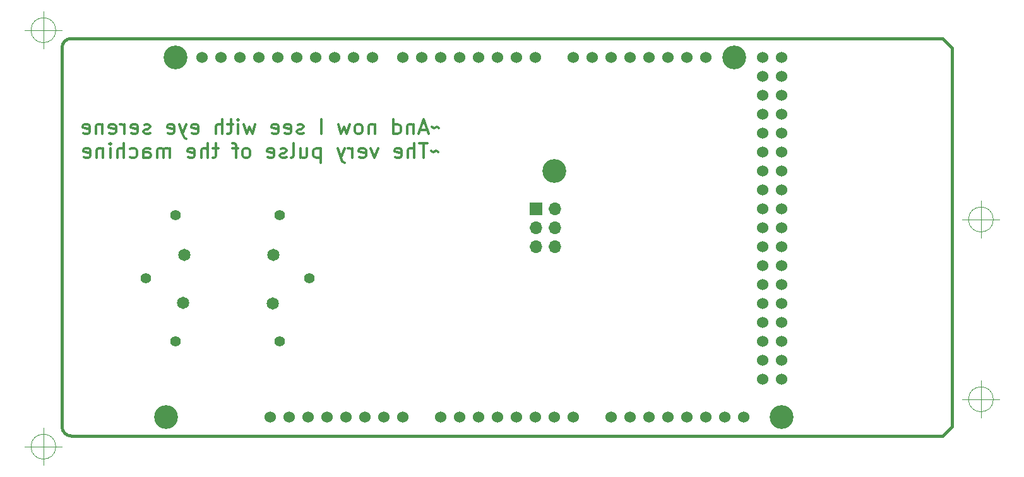
<source format=gbr>
%TF.GenerationSoftware,KiCad,Pcbnew,(6.0.9)*%
%TF.CreationDate,2023-01-12T16:46:16+01:00*%
%TF.ProjectId,MEGA board tester,4d454741-2062-46f6-9172-642074657374,rev?*%
%TF.SameCoordinates,PX7b9033cPY64bc73c*%
%TF.FileFunction,Soldermask,Bot*%
%TF.FilePolarity,Negative*%
%FSLAX46Y46*%
G04 Gerber Fmt 4.6, Leading zero omitted, Abs format (unit mm)*
G04 Created by KiCad (PCBNEW (6.0.9)) date 2023-01-12 16:46:16*
%MOMM*%
%LPD*%
G01*
G04 APERTURE LIST*
%ADD10C,0.350000*%
%TA.AperFunction,Profile*%
%ADD11C,0.100000*%
%TD*%
%TA.AperFunction,Profile*%
%ADD12C,0.381000*%
%TD*%
%ADD13C,3.197860*%
%ADD14C,1.524000*%
%ADD15R,1.700000X1.700000*%
%ADD16O,1.700000X1.700000*%
%ADD17C,1.650000*%
%ADD18C,1.400000*%
G04 APERTURE END LIST*
D10*
X53057500Y42707643D02*
X52962261Y42802881D01*
X52771785Y42898120D01*
X52390833Y42707643D01*
X52200357Y42802881D01*
X52105119Y42898120D01*
X51438452Y42517167D02*
X50486071Y42517167D01*
X51628928Y41945739D02*
X50962261Y43945739D01*
X50295595Y41945739D01*
X49628928Y43279072D02*
X49628928Y41945739D01*
X49628928Y43088596D02*
X49533690Y43183834D01*
X49343214Y43279072D01*
X49057500Y43279072D01*
X48867023Y43183834D01*
X48771785Y42993358D01*
X48771785Y41945739D01*
X46962261Y41945739D02*
X46962261Y43945739D01*
X46962261Y42040977D02*
X47152738Y41945739D01*
X47533690Y41945739D01*
X47724166Y42040977D01*
X47819404Y42136215D01*
X47914642Y42326691D01*
X47914642Y42898120D01*
X47819404Y43088596D01*
X47724166Y43183834D01*
X47533690Y43279072D01*
X47152738Y43279072D01*
X46962261Y43183834D01*
X44486071Y43279072D02*
X44486071Y41945739D01*
X44486071Y43088596D02*
X44390833Y43183834D01*
X44200357Y43279072D01*
X43914642Y43279072D01*
X43724166Y43183834D01*
X43628928Y42993358D01*
X43628928Y41945739D01*
X42390833Y41945739D02*
X42581309Y42040977D01*
X42676547Y42136215D01*
X42771785Y42326691D01*
X42771785Y42898120D01*
X42676547Y43088596D01*
X42581309Y43183834D01*
X42390833Y43279072D01*
X42105119Y43279072D01*
X41914642Y43183834D01*
X41819404Y43088596D01*
X41724166Y42898120D01*
X41724166Y42326691D01*
X41819404Y42136215D01*
X41914642Y42040977D01*
X42105119Y41945739D01*
X42390833Y41945739D01*
X41057500Y43279072D02*
X40676547Y41945739D01*
X40295595Y42898120D01*
X39914642Y41945739D01*
X39533690Y43279072D01*
X37247976Y41945739D02*
X37247976Y43945739D01*
X34867023Y42040977D02*
X34676547Y41945739D01*
X34295595Y41945739D01*
X34105119Y42040977D01*
X34009880Y42231453D01*
X34009880Y42326691D01*
X34105119Y42517167D01*
X34295595Y42612405D01*
X34581309Y42612405D01*
X34771785Y42707643D01*
X34867023Y42898120D01*
X34867023Y42993358D01*
X34771785Y43183834D01*
X34581309Y43279072D01*
X34295595Y43279072D01*
X34105119Y43183834D01*
X32390833Y42040977D02*
X32581309Y41945739D01*
X32962261Y41945739D01*
X33152738Y42040977D01*
X33247976Y42231453D01*
X33247976Y42993358D01*
X33152738Y43183834D01*
X32962261Y43279072D01*
X32581309Y43279072D01*
X32390833Y43183834D01*
X32295595Y42993358D01*
X32295595Y42802881D01*
X33247976Y42612405D01*
X30676547Y42040977D02*
X30867023Y41945739D01*
X31247976Y41945739D01*
X31438452Y42040977D01*
X31533690Y42231453D01*
X31533690Y42993358D01*
X31438452Y43183834D01*
X31247976Y43279072D01*
X30867023Y43279072D01*
X30676547Y43183834D01*
X30581309Y42993358D01*
X30581309Y42802881D01*
X31533690Y42612405D01*
X28390833Y43279072D02*
X28009880Y41945739D01*
X27628928Y42898120D01*
X27247976Y41945739D01*
X26867023Y43279072D01*
X26105119Y41945739D02*
X26105119Y43279072D01*
X26105119Y43945739D02*
X26200357Y43850500D01*
X26105119Y43755262D01*
X26009880Y43850500D01*
X26105119Y43945739D01*
X26105119Y43755262D01*
X25438452Y43279072D02*
X24676547Y43279072D01*
X25152738Y43945739D02*
X25152738Y42231453D01*
X25057500Y42040977D01*
X24867023Y41945739D01*
X24676547Y41945739D01*
X24009880Y41945739D02*
X24009880Y43945739D01*
X23152738Y41945739D02*
X23152738Y42993358D01*
X23247976Y43183834D01*
X23438452Y43279072D01*
X23724166Y43279072D01*
X23914642Y43183834D01*
X24009880Y43088596D01*
X19914642Y42040977D02*
X20105119Y41945739D01*
X20486071Y41945739D01*
X20676547Y42040977D01*
X20771785Y42231453D01*
X20771785Y42993358D01*
X20676547Y43183834D01*
X20486071Y43279072D01*
X20105119Y43279072D01*
X19914642Y43183834D01*
X19819404Y42993358D01*
X19819404Y42802881D01*
X20771785Y42612405D01*
X19152738Y43279072D02*
X18676547Y41945739D01*
X18200357Y43279072D02*
X18676547Y41945739D01*
X18867023Y41469548D01*
X18962261Y41374310D01*
X19152738Y41279072D01*
X16676547Y42040977D02*
X16867023Y41945739D01*
X17247976Y41945739D01*
X17438452Y42040977D01*
X17533690Y42231453D01*
X17533690Y42993358D01*
X17438452Y43183834D01*
X17247976Y43279072D01*
X16867023Y43279072D01*
X16676547Y43183834D01*
X16581309Y42993358D01*
X16581309Y42802881D01*
X17533690Y42612405D01*
X14295595Y42040977D02*
X14105119Y41945739D01*
X13724166Y41945739D01*
X13533690Y42040977D01*
X13438452Y42231453D01*
X13438452Y42326691D01*
X13533690Y42517167D01*
X13724166Y42612405D01*
X14009880Y42612405D01*
X14200357Y42707643D01*
X14295595Y42898120D01*
X14295595Y42993358D01*
X14200357Y43183834D01*
X14009880Y43279072D01*
X13724166Y43279072D01*
X13533690Y43183834D01*
X11819404Y42040977D02*
X12009880Y41945739D01*
X12390833Y41945739D01*
X12581309Y42040977D01*
X12676547Y42231453D01*
X12676547Y42993358D01*
X12581309Y43183834D01*
X12390833Y43279072D01*
X12009880Y43279072D01*
X11819404Y43183834D01*
X11724166Y42993358D01*
X11724166Y42802881D01*
X12676547Y42612405D01*
X10867023Y41945739D02*
X10867023Y43279072D01*
X10867023Y42898120D02*
X10771785Y43088596D01*
X10676547Y43183834D01*
X10486071Y43279072D01*
X10295595Y43279072D01*
X8867023Y42040977D02*
X9057500Y41945739D01*
X9438452Y41945739D01*
X9628928Y42040977D01*
X9724166Y42231453D01*
X9724166Y42993358D01*
X9628928Y43183834D01*
X9438452Y43279072D01*
X9057500Y43279072D01*
X8867023Y43183834D01*
X8771785Y42993358D01*
X8771785Y42802881D01*
X9724166Y42612405D01*
X7914642Y43279072D02*
X7914642Y41945739D01*
X7914642Y43088596D02*
X7819404Y43183834D01*
X7628928Y43279072D01*
X7343214Y43279072D01*
X7152738Y43183834D01*
X7057500Y42993358D01*
X7057500Y41945739D01*
X5343214Y42040977D02*
X5533690Y41945739D01*
X5914642Y41945739D01*
X6105119Y42040977D01*
X6200357Y42231453D01*
X6200357Y42993358D01*
X6105119Y43183834D01*
X5914642Y43279072D01*
X5533690Y43279072D01*
X5343214Y43183834D01*
X5247976Y42993358D01*
X5247976Y42802881D01*
X6200357Y42612405D01*
X52962261Y39487643D02*
X52867023Y39582881D01*
X52676547Y39678120D01*
X52295595Y39487643D01*
X52105119Y39582881D01*
X52009880Y39678120D01*
X51533690Y40725739D02*
X50390833Y40725739D01*
X50962261Y38725739D02*
X50962261Y40725739D01*
X49724166Y38725739D02*
X49724166Y40725739D01*
X48867023Y38725739D02*
X48867023Y39773358D01*
X48962261Y39963834D01*
X49152738Y40059072D01*
X49438452Y40059072D01*
X49628928Y39963834D01*
X49724166Y39868596D01*
X47152738Y38820977D02*
X47343214Y38725739D01*
X47724166Y38725739D01*
X47914642Y38820977D01*
X48009880Y39011453D01*
X48009880Y39773358D01*
X47914642Y39963834D01*
X47724166Y40059072D01*
X47343214Y40059072D01*
X47152738Y39963834D01*
X47057500Y39773358D01*
X47057500Y39582881D01*
X48009880Y39392405D01*
X44867023Y40059072D02*
X44390833Y38725739D01*
X43914642Y40059072D01*
X42390833Y38820977D02*
X42581309Y38725739D01*
X42962261Y38725739D01*
X43152738Y38820977D01*
X43247976Y39011453D01*
X43247976Y39773358D01*
X43152738Y39963834D01*
X42962261Y40059072D01*
X42581309Y40059072D01*
X42390833Y39963834D01*
X42295595Y39773358D01*
X42295595Y39582881D01*
X43247976Y39392405D01*
X41438452Y38725739D02*
X41438452Y40059072D01*
X41438452Y39678120D02*
X41343214Y39868596D01*
X41247976Y39963834D01*
X41057500Y40059072D01*
X40867023Y40059072D01*
X40390833Y40059072D02*
X39914642Y38725739D01*
X39438452Y40059072D02*
X39914642Y38725739D01*
X40105119Y38249548D01*
X40200357Y38154310D01*
X40390833Y38059072D01*
X37152738Y40059072D02*
X37152738Y38059072D01*
X37152738Y39963834D02*
X36962261Y40059072D01*
X36581309Y40059072D01*
X36390833Y39963834D01*
X36295595Y39868596D01*
X36200357Y39678120D01*
X36200357Y39106691D01*
X36295595Y38916215D01*
X36390833Y38820977D01*
X36581309Y38725739D01*
X36962261Y38725739D01*
X37152738Y38820977D01*
X34486071Y40059072D02*
X34486071Y38725739D01*
X35343214Y40059072D02*
X35343214Y39011453D01*
X35247976Y38820977D01*
X35057500Y38725739D01*
X34771785Y38725739D01*
X34581309Y38820977D01*
X34486071Y38916215D01*
X33247976Y38725739D02*
X33438452Y38820977D01*
X33533690Y39011453D01*
X33533690Y40725739D01*
X32581309Y38820977D02*
X32390833Y38725739D01*
X32009880Y38725739D01*
X31819404Y38820977D01*
X31724166Y39011453D01*
X31724166Y39106691D01*
X31819404Y39297167D01*
X32009880Y39392405D01*
X32295595Y39392405D01*
X32486071Y39487643D01*
X32581309Y39678120D01*
X32581309Y39773358D01*
X32486071Y39963834D01*
X32295595Y40059072D01*
X32009880Y40059072D01*
X31819404Y39963834D01*
X30105119Y38820977D02*
X30295595Y38725739D01*
X30676547Y38725739D01*
X30867023Y38820977D01*
X30962261Y39011453D01*
X30962261Y39773358D01*
X30867023Y39963834D01*
X30676547Y40059072D01*
X30295595Y40059072D01*
X30105119Y39963834D01*
X30009880Y39773358D01*
X30009880Y39582881D01*
X30962261Y39392405D01*
X27343214Y38725739D02*
X27533690Y38820977D01*
X27628928Y38916215D01*
X27724166Y39106691D01*
X27724166Y39678120D01*
X27628928Y39868596D01*
X27533690Y39963834D01*
X27343214Y40059072D01*
X27057500Y40059072D01*
X26867023Y39963834D01*
X26771785Y39868596D01*
X26676547Y39678120D01*
X26676547Y39106691D01*
X26771785Y38916215D01*
X26867023Y38820977D01*
X27057500Y38725739D01*
X27343214Y38725739D01*
X26105119Y40059072D02*
X25343214Y40059072D01*
X25819404Y38725739D02*
X25819404Y40440024D01*
X25724166Y40630500D01*
X25533690Y40725739D01*
X25343214Y40725739D01*
X23438452Y40059072D02*
X22676547Y40059072D01*
X23152738Y40725739D02*
X23152738Y39011453D01*
X23057500Y38820977D01*
X22867023Y38725739D01*
X22676547Y38725739D01*
X22009880Y38725739D02*
X22009880Y40725739D01*
X21152738Y38725739D02*
X21152738Y39773358D01*
X21247976Y39963834D01*
X21438452Y40059072D01*
X21724166Y40059072D01*
X21914642Y39963834D01*
X22009880Y39868596D01*
X19438452Y38820977D02*
X19628928Y38725739D01*
X20009880Y38725739D01*
X20200357Y38820977D01*
X20295595Y39011453D01*
X20295595Y39773358D01*
X20200357Y39963834D01*
X20009880Y40059072D01*
X19628928Y40059072D01*
X19438452Y39963834D01*
X19343214Y39773358D01*
X19343214Y39582881D01*
X20295595Y39392405D01*
X16962261Y38725739D02*
X16962261Y40059072D01*
X16962261Y39868596D02*
X16867023Y39963834D01*
X16676547Y40059072D01*
X16390833Y40059072D01*
X16200357Y39963834D01*
X16105119Y39773358D01*
X16105119Y38725739D01*
X16105119Y39773358D02*
X16009880Y39963834D01*
X15819404Y40059072D01*
X15533690Y40059072D01*
X15343214Y39963834D01*
X15247976Y39773358D01*
X15247976Y38725739D01*
X13438452Y38725739D02*
X13438452Y39773358D01*
X13533690Y39963834D01*
X13724166Y40059072D01*
X14105119Y40059072D01*
X14295595Y39963834D01*
X13438452Y38820977D02*
X13628928Y38725739D01*
X14105119Y38725739D01*
X14295595Y38820977D01*
X14390833Y39011453D01*
X14390833Y39201929D01*
X14295595Y39392405D01*
X14105119Y39487643D01*
X13628928Y39487643D01*
X13438452Y39582881D01*
X11628928Y38820977D02*
X11819404Y38725739D01*
X12200357Y38725739D01*
X12390833Y38820977D01*
X12486071Y38916215D01*
X12581309Y39106691D01*
X12581309Y39678120D01*
X12486071Y39868596D01*
X12390833Y39963834D01*
X12200357Y40059072D01*
X11819404Y40059072D01*
X11628928Y39963834D01*
X10771785Y38725739D02*
X10771785Y40725739D01*
X9914642Y38725739D02*
X9914642Y39773358D01*
X10009880Y39963834D01*
X10200357Y40059072D01*
X10486071Y40059072D01*
X10676547Y39963834D01*
X10771785Y39868596D01*
X8962261Y38725739D02*
X8962261Y40059072D01*
X8962261Y40725739D02*
X9057500Y40630500D01*
X8962261Y40535262D01*
X8867023Y40630500D01*
X8962261Y40725739D01*
X8962261Y40535262D01*
X8009880Y40059072D02*
X8009880Y38725739D01*
X8009880Y39868596D02*
X7914642Y39963834D01*
X7724166Y40059072D01*
X7438452Y40059072D01*
X7247976Y39963834D01*
X7152738Y39773358D01*
X7152738Y38725739D01*
X5438452Y38820977D02*
X5628928Y38725739D01*
X6009880Y38725739D01*
X6200357Y38820977D01*
X6295595Y39011453D01*
X6295595Y39773358D01*
X6200357Y39963834D01*
X6009880Y40059072D01*
X5628928Y40059072D01*
X5438452Y39963834D01*
X5343214Y39773358D01*
X5343214Y39582881D01*
X6295595Y39392405D01*
D11*
X127396666Y30480000D02*
G75*
G03*
X127396666Y30480000I-1666666J0D01*
G01*
X123230000Y30480000D02*
X128230000Y30480000D01*
X125730000Y32980000D02*
X125730000Y27980000D01*
X127396666Y6350000D02*
G75*
G03*
X127396666Y6350000I-1666666J0D01*
G01*
X123230000Y6350000D02*
X128230000Y6350000D01*
X125730000Y8850000D02*
X125730000Y3850000D01*
X1666666Y55880000D02*
G75*
G03*
X1666666Y55880000I-1666666J0D01*
G01*
X-2500000Y55880000D02*
X2500000Y55880000D01*
X0Y58380000D02*
X0Y53380000D01*
X1666666Y0D02*
G75*
G03*
X1666666Y0I-1666666J0D01*
G01*
X-2500000Y0D02*
X2500000Y0D01*
X0Y2500000D02*
X0Y-2500000D01*
D12*
%TO.C,J1*%
X121869000Y53500000D02*
X121869000Y2700000D01*
X121869000Y2700000D02*
X120599000Y1430000D01*
X3759000Y54770000D02*
X120599000Y54770000D01*
X2489000Y2700000D02*
X2489000Y53500000D01*
X3759000Y1430000D02*
X120599000Y1430000D01*
X120599000Y54770000D02*
X121869000Y53500000D01*
X2489000Y2700000D02*
G75*
G03*
X3759000Y1430000I1269999J-1D01*
G01*
X3759000Y54770000D02*
G75*
G03*
X2489000Y53500000I-1J-1269999D01*
G01*
%TD*%
D13*
%TO.C,J1*%
X92659000Y52230000D03*
X99009000Y3970000D03*
X17729000Y52230000D03*
X68529000Y36990000D03*
X16459000Y3970000D03*
D14*
X30429000Y3970000D03*
X32969000Y3970000D03*
X35509000Y3970000D03*
X38049000Y3970000D03*
X40589000Y3970000D03*
X43129000Y3970000D03*
X45669000Y3970000D03*
X48209000Y3970000D03*
X53289000Y3970000D03*
X55829000Y3970000D03*
X58369000Y3970000D03*
X60909000Y3970000D03*
X63449000Y3970000D03*
X65989000Y3970000D03*
X68529000Y3970000D03*
X71069000Y3970000D03*
X76149000Y3970000D03*
X78689000Y3970000D03*
X81229000Y3970000D03*
X83769000Y3970000D03*
X86309000Y3970000D03*
X88849000Y3970000D03*
X91389000Y3970000D03*
X93929000Y3970000D03*
X96469000Y9050000D03*
X96469000Y11590000D03*
X96469000Y14130000D03*
X96469000Y16670000D03*
X96469000Y19210000D03*
X96469000Y21750000D03*
X96469000Y24290000D03*
X96469000Y26830000D03*
X96469000Y29370000D03*
X96469000Y31910000D03*
X96469000Y34450000D03*
X96469000Y36990000D03*
X96469000Y39530000D03*
X96469000Y42070000D03*
X96469000Y44610000D03*
X96469000Y47150000D03*
X96469000Y49690000D03*
X96469000Y52230000D03*
X99009000Y9050000D03*
X99009000Y11590000D03*
X99009000Y14130000D03*
X99009000Y16670000D03*
X99009000Y19210000D03*
X99009000Y21750000D03*
X99009000Y24290000D03*
X99009000Y26830000D03*
X99009000Y29370000D03*
X99009000Y31910000D03*
X99009000Y34450000D03*
X99009000Y36990000D03*
X99009000Y39530000D03*
X99009000Y42070000D03*
X99009000Y44610000D03*
X99009000Y47150000D03*
X99009000Y49690000D03*
X99009000Y52230000D03*
X88849000Y52230000D03*
X86309000Y52230000D03*
X83769000Y52230000D03*
X81229000Y52230000D03*
X78689000Y52230000D03*
X76149000Y52230000D03*
X73609000Y52230000D03*
X71069000Y52230000D03*
X65989000Y52230000D03*
X63449000Y52230000D03*
X60909000Y52230000D03*
X58369000Y52230000D03*
X55829000Y52230000D03*
X53289000Y52230000D03*
X50749000Y52230000D03*
X48209000Y52230000D03*
X44145000Y52230000D03*
X41605000Y52230000D03*
X39065000Y52230000D03*
X36525000Y52230000D03*
X33985000Y52230000D03*
X31445000Y52230000D03*
X28905000Y52230000D03*
X26365000Y52230000D03*
X23825000Y52230000D03*
X21285000Y52230000D03*
D15*
X66098000Y31888000D03*
D16*
X68638000Y31888000D03*
X66098000Y29348000D03*
X68638000Y29348000D03*
X66098000Y26808000D03*
X68638000Y26808000D03*
%TD*%
D17*
%TO.C,REF\u002A\u002A*%
X18867518Y25768607D03*
X30777518Y19188607D03*
X30837518Y25768607D03*
X18707518Y19268607D03*
D18*
X17677518Y31058607D03*
X31677518Y31088607D03*
X17677518Y14088607D03*
X13717518Y22578607D03*
X31677518Y14108607D03*
X35637518Y22598607D03*
%TD*%
M02*

</source>
